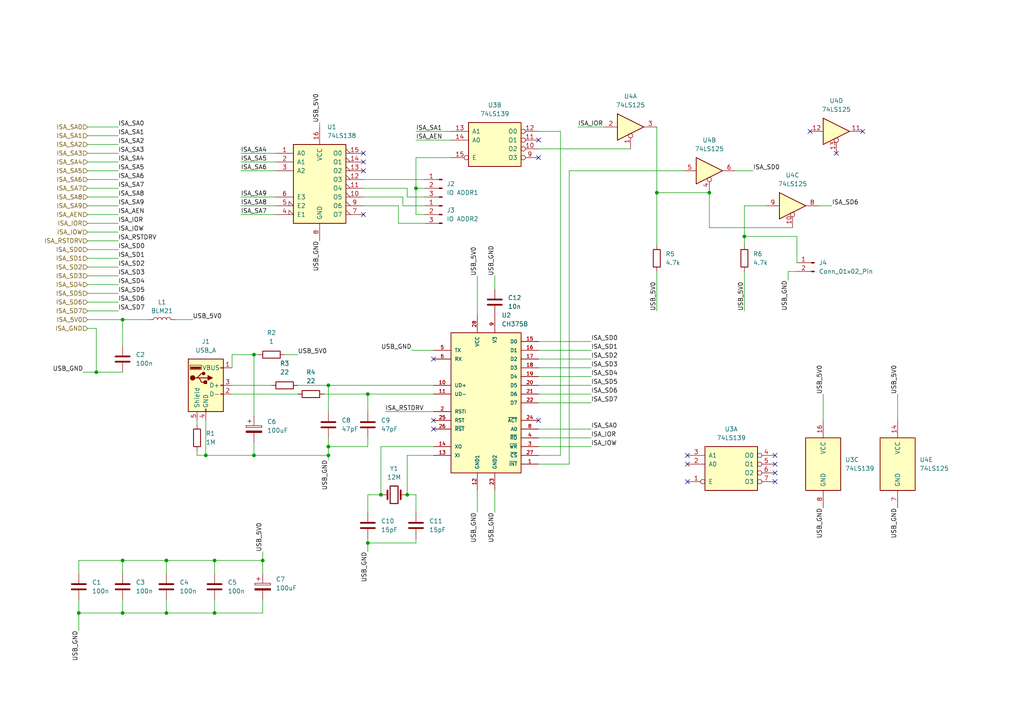
<source format=kicad_sch>
(kicad_sch (version 20250114) (generator "eeschema") (generator_version "9.0")
  (paper "A4")
  (title_block (title "ISA-USB device") (date "2026-01-07") (company "Russia, Samara 2026") (comment 1 "001") (comment 2 "Maxssau"))
  (lib_symbols
    (symbol "74xx:74LS125" (pin_names (offset 1.016))
      (property "Reference" "U" (at 0 1.27 0))
      (property "Value" "74LS125" (at 0 -1.27 0))
      (symbol "74LS125_1_0"
        (polyline (pts (xy -3.81 3.81) (xy -3.81 -3.81) (xy 3.81 0) (xy -3.81 3.81)) (stroke (width 0.254)) (fill (type background)))
        (pin input line (at -7.62 0 0) (length 3.81) (name "~") (number "2"))
        (pin input inverted (at 0 -6.35 90) (length 4.445) (name "~") (number "1"))
        (pin tri_state line (at 7.62 0 180) (length 3.81) (name "~") (number "3"))
      )
      (symbol "74LS125_2_0"
        (polyline (pts (xy -3.81 3.81) (xy -3.81 -3.81) (xy 3.81 0) (xy -3.81 3.81)) (stroke (width 0.254)) (fill (type background)))
        (pin input line (at -7.62 0 0) (length 3.81) (name "~") (number "5"))
        (pin input inverted (at 0 -6.35 90) (length 4.445) (name "~") (number "4"))
        (pin tri_state line (at 7.62 0 180) (length 3.81) (name "~") (number "6"))
      )
      (symbol "74LS125_3_0"
        (polyline (pts (xy -3.81 3.81) (xy -3.81 -3.81) (xy 3.81 0) (xy -3.81 3.81)) (stroke (width 0.254)) (fill (type background)))
        (pin input line (at -7.62 0 0) (length 3.81) (name "~") (number "9"))
        (pin input inverted (at 0 -6.35 90) (length 4.445) (name "~") (number "10"))
        (pin tri_state line (at 7.62 0 180) (length 3.81) (name "~") (number "8"))
      )
      (symbol "74LS125_4_0"
        (polyline (pts (xy -3.81 3.81) (xy -3.81 -3.81) (xy 3.81 0) (xy -3.81 3.81)) (stroke (width 0.254)) (fill (type background)))
        (pin input line (at -7.62 0 0) (length 3.81) (name "~") (number "12"))
        (pin input inverted (at 0 -6.35 90) (length 4.445) (name "~") (number "13"))
        (pin tri_state line (at 7.62 0 180) (length 3.81) (name "~") (number "11"))
      )
      (symbol "74LS125_5_0"
        (pin power_in line (at 0 12.7 270) (length 5.08) (name "VCC") (number "14"))
        (pin power_in line (at 0 -12.7 90) (length 5.08) (name "GND") (number "7"))
      )
      (symbol "74LS125_5_1"
        (rectangle (start -5.08 7.62) (end 5.08 -7.62) (stroke (width 0.254)) (fill (type background)))
      )
    )
    (symbol "74xx:74LS138" (pin_names (offset 1.016))
      (property "Reference" "U" (at -7.62 11.43 0))
      (property "Value" "74LS138" (at -7.62 -13.97 0))
      (symbol "74LS138_1_0"
        (pin input line (at -12.7 7.62 0) (length 5.08) (name "A0") (number "1"))
        (pin input line (at -12.7 5.08 0) (length 5.08) (name "A1") (number "2"))
        (pin input line (at -12.7 2.54 0) (length 5.08) (name "A2") (number "3"))
        (pin input line (at -12.7 -5.08 0) (length 5.08) (name "E3") (number "6"))
        (pin input input_low (at -12.7 -7.62 0) (length 5.08) (name "E2") (number "5"))
        (pin input input_low (at -12.7 -10.16 0) (length 5.08) (name "E1") (number "4"))
        (pin power_in line (at 0 15.24 270) (length 5.08) (name "VCC") (number "16"))
        (pin power_in line (at 0 -17.78 90) (length 5.08) (name "GND") (number "8"))
        (pin output output_low (at 12.7 7.62 180) (length 5.08) (name "O0") (number "15"))
        (pin output output_low (at 12.7 5.08 180) (length 5.08) (name "O1") (number "14"))
        (pin output output_low (at 12.7 2.54 180) (length 5.08) (name "O2") (number "13"))
        (pin output output_low (at 12.7 0 180) (length 5.08) (name "O3") (number "12"))
        (pin output output_low (at 12.7 -2.54 180) (length 5.08) (name "O4") (number "11"))
        (pin output output_low (at 12.7 -5.08 180) (length 5.08) (name "O5") (number "10"))
        (pin output output_low (at 12.7 -7.62 180) (length 5.08) (name "O6") (number "9"))
        (pin output output_low (at 12.7 -10.16 180) (length 5.08) (name "O7") (number "7"))
      )
      (symbol "74LS138_1_1"
        (rectangle (start -7.62 10.16) (end 7.62 -12.7) (stroke (width 0.254)) (fill (type background)))
      )
    )
    (symbol "74xx:74LS139" (pin_names (offset 1.016))
      (property "Reference" "U" (at -7.62 8.89 0))
      (property "Value" "74LS139" (at -7.62 -8.89 0))
      (symbol "74LS139_1_0"
        (pin input line (at -12.7 2.54 0) (length 5.08) (name "A1") (number "3"))
        (pin input line (at -12.7 0 0) (length 5.08) (name "A0") (number "2"))
        (pin input inverted (at -12.7 -5.08 0) (length 5.08) (name "E") (number "1"))
        (pin output inverted (at 12.7 2.54 180) (length 5.08) (name "O0") (number "4"))
        (pin output inverted (at 12.7 0 180) (length 5.08) (name "O1") (number "5"))
        (pin output inverted (at 12.7 -2.54 180) (length 5.08) (name "O2") (number "6"))
        (pin output inverted (at 12.7 -5.08 180) (length 5.08) (name "O3") (number "7"))
      )
      (symbol "74LS139_1_1"
        (rectangle (start -7.62 5.08) (end 7.62 -7.62) (stroke (width 0.254)) (fill (type background)))
      )
      (symbol "74LS139_2_0"
        (pin input line (at -12.7 2.54 0) (length 5.08) (name "A1") (number "13"))
        (pin input line (at -12.7 0 0) (length 5.08) (name "A0") (number "14"))
        (pin input inverted (at -12.7 -5.08 0) (length 5.08) (name "E") (number "15"))
        (pin output inverted (at 12.7 2.54 180) (length 5.08) (name "O0") (number "12"))
        (pin output inverted (at 12.7 0 180) (length 5.08) (name "O1") (number "11"))
        (pin output inverted (at 12.7 -2.54 180) (length 5.08) (name "O2") (number "10"))
        (pin output inverted (at 12.7 -5.08 180) (length 5.08) (name "O3") (number "9"))
      )
      (symbol "74LS139_2_1"
        (rectangle (start -7.62 5.08) (end 7.62 -7.62) (stroke (width 0.254)) (fill (type background)))
      )
      (symbol "74LS139_3_0"
        (pin power_in line (at 0 12.7 270) (length 5.08) (name "VCC") (number "16"))
        (pin power_in line (at 0 -12.7 90) (length 5.08) (name "GND") (number "8"))
      )
      (symbol "74LS139_3_1"
        (rectangle (start -5.08 7.62) (end 5.08 -7.62) (stroke (width 0.254)) (fill (type background)))
      )
    )
    (symbol "Connector:Conn_01x02_Pin" (pin_names (offset 1.016) (hide yes))
      (property "Reference" "J" (at 0 2.54 0))
      (property "Value" "Conn_01x02_Pin" (at 0 -5.08 0))
      (symbol "Conn_01x02_Pin_1_1"
        (rectangle (start 0.8636 0.127) (end 0 -0.127) (stroke (width 0.1524)) (fill (type outline)))
        (rectangle (start 0.8636 -2.413) (end 0 -2.667) (stroke (width 0.1524)) (fill (type outline)))
        (polyline (pts (xy 1.27 0) (xy 0.8636 0)) (stroke (width 0.1524)))
        (polyline (pts (xy 1.27 -2.54) (xy 0.8636 -2.54)) (stroke (width 0.1524)))
        (pin passive line (at 5.08 0 180) (length 3.81) (name "Pin_1") (number "1"))
        (pin passive line (at 5.08 -2.54 180) (length 3.81) (name "Pin_2") (number "2"))
      )
    )
    (symbol "Connector:Conn_01x03_Pin" (pin_names (offset 1.016) (hide yes))
      (property "Reference" "J" (at 0 5.08 0))
      (property "Value" "Conn_01x03_Pin" (at 0 -5.08 0))
      (symbol "Conn_01x03_Pin_1_1"
        (rectangle (start 0.8636 2.667) (end 0 2.413) (stroke (width 0.1524)) (fill (type outline)))
        (rectangle (start 0.8636 0.127) (end 0 -0.127) (stroke (width 0.1524)) (fill (type outline)))
        (rectangle (start 0.8636 -2.413) (end 0 -2.667) (stroke (width 0.1524)) (fill (type outline)))
        (polyline (pts (xy 1.27 2.54) (xy 0.8636 2.54)) (stroke (width 0.1524)))
        (polyline (pts (xy 1.27 0) (xy 0.8636 0)) (stroke (width 0.1524)))
        (polyline (pts (xy 1.27 -2.54) (xy 0.8636 -2.54)) (stroke (width 0.1524)))
        (pin passive line (at 5.08 2.54 180) (length 3.81) (name "Pin_1") (number "1"))
        (pin passive line (at 5.08 0 180) (length 3.81) (name "Pin_2") (number "2"))
        (pin passive line (at 5.08 -2.54 180) (length 3.81) (name "Pin_3") (number "3"))
      )
    )
    (symbol "Connector:USB_A" (pin_names (offset 1.016))
      (property "Reference" "J" (at -5.08 11.43 0))
      (property "Value" "USB_A" (at -5.08 8.89 0))
      (symbol "USB_A_0_1"
        (rectangle (start -5.08 -7.62) (end 5.08 7.62) (stroke (width 0.254)) (fill (type background)))
        (circle (center -3.81 2.159) (radius 0.635) (stroke (width 0.254)) (fill (type outline)))
        (polyline (pts (xy -3.175 2.159) (xy -2.54 2.159) (xy -1.27 3.429) (xy -0.635 3.429)) (stroke (width 0.254)))
        (polyline (pts (xy -2.54 2.159) (xy -1.905 2.159) (xy -1.27 0.889) (xy 0 0.889)) (stroke (width 0.254)))
        (rectangle (start -1.524 4.826) (end -4.318 5.334) (fill (type outline)))
        (rectangle (start -1.27 4.572) (end -4.572 5.842))
        (circle (center -0.635 3.429) (radius 0.381) (stroke (width 0.254)) (fill (type outline)))
        (rectangle (start -0.127 -7.62) (end 0.127 -6.858))
        (rectangle (start 0.254 1.27) (end -0.508 0.508) (stroke (width 0.254)) (fill (type outline)))
        (polyline (pts (xy 0.635 2.794) (xy 0.635 1.524) (xy 1.905 2.159) (xy 0.635 2.794)) (stroke (width 0.254)) (fill (type outline)))
        (rectangle (start 5.08 4.953) (end 4.318 5.207))
        (rectangle (start 5.08 -0.127) (end 4.318 0.127))
        (rectangle (start 5.08 -2.667) (end 4.318 -2.413))
      )
      (symbol "USB_A_1_1"
        (polyline (pts (xy -1.905 2.159) (xy 0.635 2.159)) (stroke (width 0.254)))
        (pin passive line (at -2.54 -10.16 90) (length 2.54) (name "Shield") (number "5"))
        (pin power_in line (at 0 -10.16 90) (length 2.54) (name "GND") (number "4"))
        (pin power_in line (at 7.62 5.08 180) (length 2.54) (name "VBUS") (number "1"))
        (pin bidirectional line (at 7.62 0 180) (length 2.54) (name "D+") (number "3"))
        (pin bidirectional line (at 7.62 -2.54 180) (length 2.54) (name "D-") (number "2"))
      )
    )
    (symbol "Device:C" (pin_numbers (hide yes)) (pin_names (offset 0.254))
      (property "Reference" "C" (at 0.635 2.54 0))
      (property "Value" "C" (at 0.635 -2.54 0))
      (symbol "C_0_1"
        (polyline (pts (xy -2.032 0.762) (xy 2.032 0.762)) (stroke (width 0.508)))
        (polyline (pts (xy -2.032 -0.762) (xy 2.032 -0.762)) (stroke (width 0.508)))
      )
      (symbol "C_1_1"
        (pin passive line (at 0 3.81 270) (length 2.794) (name "~") (number "1"))
        (pin passive line (at 0 -3.81 90) (length 2.794) (name "~") (number "2"))
      )
    )
    (symbol "Device:C_Polarized" (pin_numbers (hide yes)) (pin_names (offset 0.254))
      (property "Reference" "C" (at 0.635 2.54 0))
      (property "Value" "C_Polarized" (at 0.635 -2.54 0))
      (symbol "C_Polarized_0_1"
        (rectangle (start -2.286 0.508) (end 2.286 1.016))
        (polyline (pts (xy -1.778 2.286) (xy -0.762 2.286)))
        (polyline (pts (xy -1.27 2.794) (xy -1.27 1.778)))
        (rectangle (start 2.286 -0.508) (end -2.286 -1.016) (fill (type outline)))
      )
      (symbol "C_Polarized_1_1"
        (pin passive line (at 0 3.81 270) (length 2.794) (name "~") (number "1"))
        (pin passive line (at 0 -3.81 90) (length 2.794) (name "~") (number "2"))
      )
    )
    (symbol "Device:Crystal" (pin_numbers (hide yes)) (pin_names (offset 1.016) (hide yes))
      (property "Reference" "Y" (at 0 3.81 0))
      (property "Value" "Crystal" (at 0 -3.81 0))
      (symbol "Crystal_0_1"
        (polyline (pts (xy -2.54 0) (xy -1.905 0)))
        (polyline (pts (xy -1.905 -1.27) (xy -1.905 1.27)) (stroke (width 0.508)))
        (rectangle (start -1.143 2.54) (end 1.143 -2.54) (stroke (width 0.3048)))
        (polyline (pts (xy 1.905 -1.27) (xy 1.905 1.27)) (stroke (width 0.508)))
        (polyline (pts (xy 2.54 0) (xy 1.905 0)))
      )
      (symbol "Crystal_1_1"
        (pin passive line (at -3.81 0 0) (length 1.27) (name "1") (number "1"))
        (pin passive line (at 3.81 0 180) (length 1.27) (name "2") (number "2"))
      )
    )
    (symbol "Device:L" (pin_numbers (hide yes)) (pin_names (offset 1.016) (hide yes))
      (property "Reference" "L" (at -1.27 0 90))
      (property "Value" "L" (at 1.905 0 90))
      (symbol "L_0_1"
        (arc (start 0 2.54) (mid 0.6323 1.905) (end 0 1.27))
        (arc (start 0 1.27) (mid 0.6323 0.635) (end 0 0))
        (arc (start 0 0) (mid 0.6323 -0.635) (end 0 -1.27))
        (arc (start 0 -1.27) (mid 0.6323 -1.905) (end 0 -2.54))
      )
      (symbol "L_1_1"
        (pin passive line (at 0 3.81 270) (length 1.27) (name "1") (number "1"))
        (pin passive line (at 0 -3.81 90) (length 1.27) (name "2") (number "2"))
      )
    )
    (symbol "Device:R" (pin_numbers (hide yes)) (pin_names (offset 0))
      (property "Reference" "R" (at 2.032 0 90))
      (property "Value" "R" (at 0 0 90))
      (symbol "R_0_1"
        (rectangle (start -1.016 -2.54) (end 1.016 2.54) (stroke (width 0.254)))
      )
      (symbol "R_1_1"
        (pin passive line (at 0 3.81 270) (length 1.27) (name "~") (number "1"))
        (pin passive line (at 0 -3.81 90) (length 1.27) (name "~") (number "2"))
      )
    )
    (symbol "ch375:CH375B" (pin_names (offset 1.016))
      (property "Reference" "U" (at 0 0 0))
      (property "Value" "CH375B" (at 0 0 0))
      (symbol "CH375B_0_0"
        (rectangle (start -10.16 -20.32) (end 10.16 20.32) (stroke (width 0.254)) (fill (type background)))
        (pin bidirectional line (at -15.24 15.24 0) (length 5.08) (name "TX") (number "5"))
        (pin bidirectional line (at -15.24 12.7 0) (length 5.08) (name "RX") (number "6"))
        (pin bidirectional line (at -15.24 5.08 0) (length 5.08) (name "UD+") (number "10"))
        (pin bidirectional line (at -15.24 2.54 0) (length 5.08) (name "UD-") (number "11"))
        (pin bidirectional line (at -15.24 -2.54 0) (length 5.08) (name "RSTI") (number "2"))
        (pin bidirectional line (at -15.24 -5.08 0) (length 5.08) (name "RST") (number "25"))
        (pin bidirectional line (at -15.24 -7.62 0) (length 5.08) (name "~{RST}") (number "26"))
        (pin bidirectional line (at -15.24 -12.7 0) (length 5.08) (name "XO") (number "14"))
        (pin bidirectional line (at -15.24 -15.24 0) (length 5.08) (name "XI") (number "13"))
        (pin bidirectional line (at -2.54 25.4 270) (length 5.08) (name "VCC") (number "28"))
        (pin bidirectional line (at -2.54 -25.4 90) (length 5.08) (name "GND1") (number "12"))
        (pin bidirectional line (at 2.54 25.4 270) (length 5.08) (name "V3") (number "9"))
        (pin bidirectional line (at 2.54 -25.4 90) (length 5.08) (name "GND2") (number "23"))
        (pin bidirectional line (at 15.24 17.78 180) (length 5.08) (name "D0") (number "15"))
        (pin bidirectional line (at 15.24 15.24 180) (length 5.08) (name "D1") (number "16"))
        (pin bidirectional line (at 15.24 12.7 180) (length 5.08) (name "D2") (number "17"))
        (pin bidirectional line (at 15.24 10.16 180) (length 5.08) (name "D3") (number "18"))
        (pin bidirectional line (at 15.24 7.62 180) (length 5.08) (name "D4") (number "19"))
        (pin bidirectional line (at 15.24 5.08 180) (length 5.08) (name "D5") (number "20"))
        (pin bidirectional line (at 15.24 2.54 180) (length 5.08) (name "D6") (number "21"))
        (pin bidirectional line (at 15.24 0 180) (length 5.08) (name "D7") (number "22"))
        (pin bidirectional line (at 15.24 -5.08 180) (length 5.08) (name "~{ACT}") (number "24"))
        (pin bidirectional line (at 15.24 -7.62 180) (length 5.08) (name "A0") (number "8"))
        (pin bidirectional line (at 15.24 -10.16 180) (length 5.08) (name "~{RD}") (number "4"))
        (pin bidirectional line (at 15.24 -12.7 180) (length 5.08) (name "~{WR}") (number "3"))
        (pin bidirectional line (at 15.24 -15.24 180) (length 5.08) (name "~{CS}") (number "27"))
        (pin bidirectional line (at 15.24 -17.78 180) (length 5.08) (name "~{INT}") (number "1"))
      )
    )
  )
  (junction (at 73.66 132.08))
  (junction (at 95.25 129.54))
  (junction (at 48.26 162.56))
  (junction (at 120.65 54.61))
  (junction (at 59.69 132.08))
  (junction (at 35.56 177.8))
  (junction (at 118.11 143.51))
  (junction (at 62.23 177.8))
  (junction (at 205.74 55.88))
  (junction (at 76.2 162.56))
  (junction (at 110.49 143.51))
  (junction (at 62.23 162.56))
  (junction (at 22.86 177.8))
  (junction (at 35.56 92.71))
  (junction (at 27.94 107.95))
  (junction (at 215.9 68.58))
  (junction (at 48.26 177.8))
  (junction (at 106.68 157.48))
  (junction (at 35.56 162.56))
  (junction (at 95.25 132.08))
  (junction (at 190.5 55.88))
  (junction (at 106.68 114.3))
  (junction (at 73.66 102.87))
  (junction (at 95.25 111.76))
  (no_connect (at 105.41 46.99))
  (no_connect (at 156.21 40.64))
  (no_connect (at 224.79 139.7))
  (no_connect (at 199.39 132.08))
  (no_connect (at 250.19 38.1))
  (no_connect (at 224.79 137.16))
  (no_connect (at 125.73 104.14))
  (no_connect (at 105.41 62.23))
  (no_connect (at 156.21 121.92))
  (no_connect (at 224.79 132.08))
  (no_connect (at 199.39 134.62))
  (no_connect (at 125.73 124.46))
  (no_connect (at 224.79 134.62))
  (no_connect (at 234.95 38.1))
  (no_connect (at 105.41 44.45))
  (no_connect (at 156.21 45.72))
  (no_connect (at 199.39 139.7))
  (no_connect (at 105.41 49.53))
  (no_connect (at 125.73 121.92))
  (no_connect (at 242.57 44.45))
  (wire (pts (xy 111.76 119.38) (xy 125.73 119.38)))
  (wire (pts (xy 130.81 45.72) (xy 120.65 45.72)))
  (wire (pts (xy 120.65 38.1) (xy 130.81 38.1)))
  (wire (pts (xy 190.5 36.83) (xy 190.5 55.88)))
  (wire (pts (xy 120.65 143.51) (xy 118.11 143.51)))
  (wire (pts (xy 27.94 107.95) (xy 35.56 107.95)))
  (wire (pts (xy 73.66 102.87) (xy 67.31 102.87)))
  (wire (pts (xy 171.45 111.76) (xy 156.21 111.76)))
  (wire (pts (xy 228.6 81.28) (xy 228.6 78.74)))
  (wire (pts (xy 115.57 59.69) (xy 115.57 64.77)))
  (wire (pts (xy 106.68 114.3) (xy 125.73 114.3)))
  (wire (pts (xy 34.29 54.61) (xy 25.4 54.61)))
  (wire (pts (xy 215.9 90.17) (xy 215.9 78.74)))
  (wire (pts (xy 48.26 162.56) (xy 62.23 162.56)))
  (wire (pts (xy 34.29 64.77) (xy 25.4 64.77)))
  (wire (pts (xy 62.23 162.56) (xy 76.2 162.56)))
  (wire (pts (xy 92.71 35.56) (xy 92.71 36.83)))
  (wire (pts (xy 118.11 57.15) (xy 123.19 57.15)))
  (wire (pts (xy 95.25 132.08) (xy 95.25 129.54)))
  (wire (pts (xy 62.23 177.8) (xy 76.2 177.8)))
  (wire (pts (xy 67.31 111.76) (xy 78.74 111.76)))
  (wire (pts (xy 35.56 92.71) (xy 35.56 100.33)))
  (wire (pts (xy 57.15 130.81) (xy 57.15 132.08)))
  (wire (pts (xy 238.76 114.3) (xy 238.76 121.92)))
  (wire (pts (xy 106.68 157.48) (xy 106.68 156.21)))
  (wire (pts (xy 22.86 177.8) (xy 35.56 177.8)))
  (wire (pts (xy 171.45 124.46) (xy 156.21 124.46)))
  (wire (pts (xy 48.26 177.8) (xy 62.23 177.8)))
  (wire (pts (xy 34.29 90.17) (xy 25.4 90.17)))
  (wire (pts (xy 27.94 95.25) (xy 27.94 107.95)))
  (wire (pts (xy 138.43 148.59) (xy 138.43 142.24)))
  (wire (pts (xy 34.29 87.63) (xy 25.4 87.63)))
  (wire (pts (xy 165.1 134.62) (xy 165.1 49.53)))
  (wire (pts (xy 93.98 114.3) (xy 106.68 114.3)))
  (wire (pts (xy 106.68 160.02) (xy 106.68 157.48)))
  (wire (pts (xy 241.3 59.69) (xy 237.49 59.69)))
  (wire (pts (xy 171.45 116.84) (xy 156.21 116.84)))
  (wire (pts (xy 105.41 59.69) (xy 115.57 59.69)))
  (wire (pts (xy 76.2 177.8) (xy 76.2 173.99)))
  (wire (pts (xy 120.65 54.61) (xy 120.65 62.23)))
  (wire (pts (xy 171.45 99.06) (xy 156.21 99.06)))
  (wire (pts (xy 74.93 102.87) (xy 73.66 102.87)))
  (wire (pts (xy 86.36 102.87) (xy 82.55 102.87)))
  (wire (pts (xy 120.65 45.72) (xy 120.65 54.61)))
  (wire (pts (xy 48.26 162.56) (xy 48.26 166.37)))
  (wire (pts (xy 125.73 132.08) (xy 118.11 132.08)))
  (wire (pts (xy 34.29 52.07) (xy 25.4 52.07)))
  (wire (pts (xy 231.14 68.58) (xy 215.9 68.58)))
  (wire (pts (xy 95.25 133.35) (xy 95.25 132.08)))
  (wire (pts (xy 120.65 156.21) (xy 120.65 157.48)))
  (wire (pts (xy 105.41 57.15) (xy 116.84 57.15)))
  (wire (pts (xy 34.29 69.85) (xy 25.4 69.85)))
  (wire (pts (xy 171.45 104.14) (xy 156.21 104.14)))
  (wire (pts (xy 125.73 129.54) (xy 110.49 129.54)))
  (wire (pts (xy 22.86 177.8) (xy 22.86 182.88)))
  (wire (pts (xy 143.51 80.01) (xy 143.51 83.82)))
  (wire (pts (xy 34.29 62.23) (xy 25.4 62.23)))
  (wire (pts (xy 165.1 49.53) (xy 198.12 49.53)))
  (wire (pts (xy 171.45 101.6) (xy 156.21 101.6)))
  (wire (pts (xy 215.9 68.58) (xy 215.9 71.12)))
  (wire (pts (xy 105.41 52.07) (xy 123.19 52.07)))
  (wire (pts (xy 120.65 148.59) (xy 120.65 143.51)))
  (wire (pts (xy 162.56 38.1) (xy 156.21 38.1)))
  (wire (pts (xy 118.11 132.08) (xy 118.11 143.51)))
  (wire (pts (xy 86.36 111.76) (xy 95.25 111.76)))
  (wire (pts (xy 231.14 76.2) (xy 231.14 68.58)))
  (wire (pts (xy 190.5 55.88) (xy 205.74 55.88)))
  (wire (pts (xy 105.41 54.61) (xy 118.11 54.61)))
  (wire (pts (xy 171.45 129.54) (xy 156.21 129.54)))
  (wire (pts (xy 34.29 72.39) (xy 25.4 72.39)))
  (wire (pts (xy 120.65 54.61) (xy 123.19 54.61)))
  (wire (pts (xy 67.31 114.3) (xy 86.36 114.3)))
  (wire (pts (xy 35.56 173.99) (xy 35.56 177.8)))
  (wire (pts (xy 34.29 57.15) (xy 25.4 57.15)))
  (wire (pts (xy 76.2 160.02) (xy 76.2 162.56)))
  (wire (pts (xy 69.85 57.15) (xy 80.01 57.15)))
  (wire (pts (xy 34.29 80.01) (xy 25.4 80.01)))
  (wire (pts (xy 59.69 132.08) (xy 73.66 132.08)))
  (wire (pts (xy 156.21 43.18) (xy 182.88 43.18)))
  (wire (pts (xy 162.56 132.08) (xy 162.56 38.1)))
  (wire (pts (xy 106.68 127) (xy 106.68 129.54)))
  (wire (pts (xy 34.29 44.45) (xy 25.4 44.45)))
  (wire (pts (xy 228.6 78.74) (xy 231.14 78.74)))
  (wire (pts (xy 171.45 106.68) (xy 156.21 106.68)))
  (wire (pts (xy 120.65 40.64) (xy 130.81 40.64)))
  (wire (pts (xy 106.68 143.51) (xy 110.49 143.51)))
  (wire (pts (xy 34.29 82.55) (xy 25.4 82.55)))
  (wire (pts (xy 34.29 67.31) (xy 25.4 67.31)))
  (wire (pts (xy 260.35 114.3) (xy 260.35 121.92)))
  (wire (pts (xy 35.56 177.8) (xy 48.26 177.8)))
  (wire (pts (xy 95.25 111.76) (xy 125.73 111.76)))
  (wire (pts (xy 215.9 59.69) (xy 215.9 68.58)))
  (wire (pts (xy 35.56 92.71) (xy 43.18 92.71)))
  (wire (pts (xy 205.74 66.04) (xy 205.74 55.88)))
  (wire (pts (xy 34.29 39.37) (xy 25.4 39.37)))
  (wire (pts (xy 156.21 134.62) (xy 165.1 134.62)))
  (wire (pts (xy 69.85 62.23) (xy 80.01 62.23)))
  (wire (pts (xy 59.69 121.92) (xy 59.69 132.08)))
  (wire (pts (xy 34.29 49.53) (xy 25.4 49.53)))
  (wire (pts (xy 73.66 102.87) (xy 73.66 120.65)))
  (wire (pts (xy 48.26 173.99) (xy 48.26 177.8)))
  (wire (pts (xy 106.68 129.54) (xy 95.25 129.54)))
  (wire (pts (xy 25.4 95.25) (xy 27.94 95.25)))
  (wire (pts (xy 119.38 101.6) (xy 125.73 101.6)))
  (wire (pts (xy 69.85 46.99) (xy 80.01 46.99)))
  (wire (pts (xy 106.68 148.59) (xy 106.68 143.51)))
  (wire (pts (xy 62.23 173.99) (xy 62.23 177.8)))
  (wire (pts (xy 156.21 132.08) (xy 162.56 132.08)))
  (wire (pts (xy 73.66 132.08) (xy 95.25 132.08)))
  (wire (pts (xy 120.65 62.23) (xy 123.19 62.23)))
  (wire (pts (xy 229.87 66.04) (xy 205.74 66.04)))
  (wire (pts (xy 171.45 114.3) (xy 156.21 114.3)))
  (wire (pts (xy 171.45 109.22) (xy 156.21 109.22)))
  (wire (pts (xy 171.45 127) (xy 156.21 127)))
  (wire (pts (xy 115.57 64.77) (xy 123.19 64.77)))
  (wire (pts (xy 116.84 59.69) (xy 123.19 59.69)))
  (wire (pts (xy 34.29 85.09) (xy 25.4 85.09)))
  (wire (pts (xy 34.29 41.91) (xy 25.4 41.91)))
  (wire (pts (xy 67.31 102.87) (xy 67.31 106.68)))
  (wire (pts (xy 73.66 128.27) (xy 73.66 132.08)))
  (wire (pts (xy 57.15 132.08) (xy 59.69 132.08)))
  (wire (pts (xy 110.49 129.54) (xy 110.49 143.51)))
  (wire (pts (xy 22.86 162.56) (xy 35.56 162.56)))
  (wire (pts (xy 69.85 44.45) (xy 80.01 44.45)))
  (wire (pts (xy 34.29 59.69) (xy 25.4 59.69)))
  (wire (pts (xy 69.85 49.53) (xy 80.01 49.53)))
  (wire (pts (xy 24.13 107.95) (xy 27.94 107.95)))
  (wire (pts (xy 190.5 55.88) (xy 190.5 71.12)))
  (wire (pts (xy 34.29 74.93) (xy 25.4 74.93)))
  (wire (pts (xy 34.29 46.99) (xy 25.4 46.99)))
  (wire (pts (xy 69.85 59.69) (xy 80.01 59.69)))
  (wire (pts (xy 95.25 129.54) (xy 95.25 127)))
  (wire (pts (xy 35.56 162.56) (xy 48.26 162.56)))
  (wire (pts (xy 62.23 162.56) (xy 62.23 166.37)))
  (wire (pts (xy 143.51 148.59) (xy 143.51 142.24)))
  (wire (pts (xy 22.86 166.37) (xy 22.86 162.56)))
  (wire (pts (xy 95.25 111.76) (xy 95.25 119.38)))
  (wire (pts (xy 116.84 57.15) (xy 116.84 59.69)))
  (wire (pts (xy 190.5 90.17) (xy 190.5 78.74)))
  (wire (pts (xy 138.43 80.01) (xy 138.43 91.44)))
  (wire (pts (xy 76.2 162.56) (xy 76.2 166.37)))
  (wire (pts (xy 218.44 49.53) (xy 213.36 49.53)))
  (wire (pts (xy 25.4 92.71) (xy 35.56 92.71)))
  (wire (pts (xy 57.15 121.92) (xy 57.15 123.19)))
  (wire (pts (xy 167.64 36.83) (xy 175.26 36.83)))
  (wire (pts (xy 106.68 114.3) (xy 106.68 119.38)))
  (wire (pts (xy 22.86 173.99) (xy 22.86 177.8)))
  (wire (pts (xy 34.29 77.47) (xy 25.4 77.47)))
  (wire (pts (xy 118.11 54.61) (xy 118.11 57.15)))
  (wire (pts (xy 55.88 92.71) (xy 50.8 92.71)))
  (wire (pts (xy 222.25 59.69) (xy 215.9 59.69)))
  (wire (pts (xy 34.29 36.83) (xy 25.4 36.83)))
  (wire (pts (xy 120.65 157.48) (xy 106.68 157.48)))
  (wire (pts (xy 35.56 166.37) (xy 35.56 162.56)))
  (label "USB_5V0" (at 215.9 90.17 90))
  (label "USB_5V0" (at 260.35 114.3 90))
  (label "ISA_SD2" (at 34.29 77.47 0))
  (label "ISA_SA6" (at 34.29 52.07 0))
  (label "ISA_SA1" (at 120.65 38.1 0))
  (label "ISA_SD4" (at 34.29 82.55 0))
  (label "ISA_SD1" (at 34.29 74.93 0))
  (label "ISA_RSTDRV" (at 111.76 119.38 0))
  (label "USB_5V0" (at 86.36 102.87 0))
  (label "ISA_SA6" (at 69.85 49.53 0))
  (label "USB_GND" (at 260.35 147.32 270))
  (label "ISA_SA4" (at 34.29 46.99 0))
  (label "ISA_SD6" (at 171.45 114.3 0))
  (label "ISA_SA1" (at 34.29 39.37 0))
  (label "ISA_RSTDRV" (at 34.29 69.85 0))
  (label "USB_GND" (at 92.71 69.85 270))
  (label "ISA_SA5" (at 69.85 46.99 0))
  (label "ISA_SA8" (at 69.85 59.69 0))
  (label "USB_5V0" (at 238.76 114.3 90))
  (label "ISA_SA4" (at 69.85 44.45 0))
  (label "ISA_SD6" (at 34.29 87.63 0))
  (label "ISA_AEN" (at 120.65 40.64 0))
  (label "ISA_SD3" (at 34.29 80.01 0))
  (label "ISA_SD5" (at 171.45 111.76 0))
  (label "ISA_SD1" (at 171.45 101.6 0))
  (label "ISA_SD7" (at 34.29 90.17 0))
  (label "ISA_SD5" (at 34.29 85.09 0))
  (label "ISA_SA7" (at 69.85 62.23 0))
  (label "USB_GND" (at 143.51 148.59 270))
  (label "USB_5V0" (at 138.43 80.01 90))
  (label "ISA_IOW" (at 171.45 129.54 0))
  (label "USB_GND" (at 143.51 80.01 90))
  (label "USB_GND" (at 238.76 147.32 270))
  (label "ISA_IOW" (at 34.29 67.31 0))
  (label "ISA_SA0" (at 171.45 124.46 0))
  (label "ISA_SD2" (at 171.45 104.14 0))
  (label "ISA_SA7" (at 34.29 54.61 0))
  (label "USB_GND" (at 106.68 160.02 270))
  (label "USB_GND" (at 24.13 107.95 180))
  (label "ISA_SD7" (at 171.45 116.84 0))
  (label "ISA_SD6" (at 241.3 59.69 0))
  (label "USB_5V0" (at 92.71 35.56 90))
  (label "ISA_SD4" (at 171.45 109.22 0))
  (label "USB_GND" (at 119.38 101.6 180))
  (label "ISA_SD0" (at 171.45 99.06 0))
  (label "ISA_SD0" (at 218.44 49.53 0))
  (label "ISA_SD3" (at 171.45 106.68 0))
  (label "ISA_SD0" (at 34.29 72.39 0))
  (label "ISA_SA9" (at 34.29 59.69 0))
  (label "ISA_SA5" (at 34.29 49.53 0))
  (label "ISA_AEN" (at 34.29 62.23 0))
  (label "ISA_IOR" (at 34.29 64.77 0))
  (label "ISA_IOR" (at 167.64 36.83 0))
  (label "USB_5V0" (at 76.2 160.02 90))
  (label "ISA_IOR" (at 171.45 127 0))
  (label "USB_GND" (at 22.86 182.88 270))
  (label "ISA_SA0" (at 34.29 36.83 0))
  (label "ISA_SA3" (at 34.29 44.45 0))
  (label "ISA_SA8" (at 34.29 57.15 0))
  (label "USB_GND" (at 95.25 133.35 270))
  (label "ISA_SA2" (at 34.29 41.91 0))
  (label "USB_GND" (at 138.43 148.59 270))
  (label "USB_5V0" (at 190.5 90.17 90))
  (label "USB_5V0" (at 55.88 92.71 0))
  (label "ISA_SA9" (at 69.85 57.15 0))
  (label "USB_GND" (at 228.6 81.28 270))
  (hierarchical_label "ISA_SA9" (shape input) (at 25.4 59.69 180))
  (hierarchical_label "ISA_SA8" (shape input) (at 25.4 57.15 180))
  (hierarchical_label "ISA_SD2" (shape input) (at 25.4 77.47 180))
  (hierarchical_label "ISA_SA0" (shape input) (at 25.4 36.83 180))
  (hierarchical_label "ISA_SD1" (shape input) (at 25.4 74.93 180))
  (hierarchical_label "ISA_SA1" (shape input) (at 25.4 39.37 180))
  (hierarchical_label "ISA_SA2" (shape input) (at 25.4 41.91 180))
  (hierarchical_label "ISA_SD7" (shape input) (at 25.4 90.17 180))
  (hierarchical_label "ISA_SD0" (shape input) (at 25.4 72.39 180))
  (hierarchical_label "ISA_SD6" (shape input) (at 25.4 87.63 180))
  (hierarchical_label "ISA_IOR" (shape input) (at 25.4 64.77 180))
  (hierarchical_label "ISA_GND" (shape input) (at 25.4 95.25 180))
  (hierarchical_label "ISA_RSTDRV" (shape input) (at 25.4 69.85 180))
  (hierarchical_label "ISA_SA5" (shape input) (at 25.4 49.53 180))
  (hierarchical_label "ISA_SA6" (shape input) (at 25.4 52.07 180))
  (hierarchical_label "ISA_SA3" (shape input) (at 25.4 44.45 180))
  (hierarchical_label "ISA_SA7" (shape input) (at 25.4 54.61 180))
  (hierarchical_label "ISA_SA4" (shape input) (at 25.4 46.99 180))
  (hierarchical_label "ISA_SD3" (shape input) (at 25.4 80.01 180))
  (hierarchical_label "ISA_AEN" (shape input) (at 25.4 62.23 180))
  (hierarchical_label "ISA_SD4" (shape input) (at 25.4 82.55 180))
  (hierarchical_label "ISA_IOW" (shape input) (at 25.4 67.31 180))
  (hierarchical_label "ISA_SD5" (shape input) (at 25.4 85.09 180))
  (hierarchical_label "ISA_5V0" (shape input) (at 25.4 92.71 180))
  (symbol (lib_id "74xx:74LS139") (at 212.09 134.62 0) (unit 1)
    (property "Reference" "U3" (at 212.09 124.46 0))
    (property "Value" "74LS139" (at 212.09 127 0))
    (property "Footprint" "Package_SO:SO-16_3.9x9.9mm_P1.27mm" (effects (hide yes)))
    (property "Datasheet" "http://www.ti.com/lit/ds/symlink/sn74ls139a.pdf" (effects (hide yes)))
    (property "Description" "Dual Decoder 1 of 4, Active low outputs" (effects (hide yes)))
  )
  (symbol (lib_id "74xx:74LS125") (at 205.74 49.53 0) (unit 2)
    (property "Reference" "U4" (at 205.74 40.64 0))
    (property "Value" "74LS125" (at 205.74 43.18 0))
    (property "Footprint" "Package_SO:SO-14_3.9x8.65mm_P1.27mm" (effects (hide yes)))
    (property "Datasheet" "http://www.ti.com/lit/gpn/sn74LS125" (effects (hide yes)))
    (property "Description" "Quad buffer 3-State outputs" (effects (hide yes)))
  )
  (symbol (lib_id "Device:R") (at 90.17 114.3 90) (unit 1)
    (property "Reference" "R4" (at 90.17 107.95 90))
    (property "Value" "22" (at 90.17 110.49 90))
    (property "Footprint" "Resistor_SMD:R_0805_2012Metric_Pad1.20x1.40mm_HandSolder" (effects (hide yes)))
    (property "Description" "Resistor" (effects (hide yes)))
  )
  (symbol (lib_id "Device:R") (at 57.15 127 0) (unit 1)
    (property "Reference" "R1" (at 59.69 125.7299 0) (effects (justify left)))
    (property "Value" "1M" (at 59.69 128.2699 0) (effects (justify left)))
    (property "Footprint" "Resistor_SMD:R_0805_2012Metric_Pad1.20x1.40mm_HandSolder" (effects (hide yes)))
    (property "Description" "Resistor" (effects (hide yes)))
  )
  (symbol (lib_id "Device:C") (at 22.86 170.18 0) (unit 1)
    (property "Reference" "C1" (at 26.67 168.9099 0) (effects (justify left)))
    (property "Value" "100n" (at 26.67 171.4499 0) (effects (justify left)))
    (property "Footprint" "Capacitor_SMD:C_0805_2012Metric_Pad1.18x1.45mm_HandSolder" (effects (hide yes)))
    (property "Description" "Unpolarized capacitor" (effects (hide yes)))
  )
  (symbol (lib_id "Device:R") (at 82.55 111.76 90) (unit 1)
    (property "Reference" "R3" (at 82.55 105.41 90))
    (property "Value" "22" (at 82.55 107.95 90))
    (property "Footprint" "Resistor_SMD:R_0805_2012Metric_Pad1.20x1.40mm_HandSolder" (effects (hide yes)))
    (property "Description" "Resistor" (effects (hide yes)))
  )
  (symbol (lib_id "Connector:Conn_01x03_Pin") (at 128.27 54.61 0) (mirror y) (unit 1)
    (property "Reference" "J2" (at 129.54 53.3399 0) (effects (justify right)))
    (property "Value" "IO ADDR1" (at 129.54 55.8799 0) (effects (justify right)))
    (property "Footprint" "Connector_PinHeader_2.54mm:PinHeader_1x03_P2.54mm_Vertical" (effects (hide yes)))
    (property "Description" "Generic connector, single row, 01x03, script generated" (effects (hide yes)))
  )
  (symbol (lib_id "74xx:74LS125") (at 260.35 134.62 0) (unit 5)
    (property "Reference" "U4" (at 266.7 133.3499 0) (effects (justify left)))
    (property "Value" "74LS125" (at 266.7 135.8899 0) (effects (justify left)))
    (property "Footprint" "Package_SO:SO-14_3.9x8.65mm_P1.27mm" (effects (hide yes)))
    (property "Datasheet" "http://www.ti.com/lit/gpn/sn74LS125" (effects (hide yes)))
    (property "Description" "Quad buffer 3-State outputs" (effects (hide yes)))
  )
  (symbol (lib_id "Device:C") (at 48.26 170.18 0) (unit 1)
    (property "Reference" "C4" (at 52.07 168.9099 0) (effects (justify left)))
    (property "Value" "100n" (at 52.07 171.4499 0) (effects (justify left)))
    (property "Footprint" "Capacitor_SMD:C_0805_2012Metric_Pad1.18x1.45mm_HandSolder" (effects (hide yes)))
    (property "Description" "Unpolarized capacitor" (effects (hide yes)))
  )
  (symbol (lib_id "Device:C") (at 35.56 104.14 0) (unit 1)
    (property "Reference" "C2" (at 39.37 102.8699 0) (effects (justify left)))
    (property "Value" "100n" (at 39.37 105.4099 0) (effects (justify left)))
    (property "Footprint" "Capacitor_SMD:C_0805_2012Metric_Pad1.18x1.45mm_HandSolder" (effects (hide yes)))
    (property "Description" "Unpolarized capacitor" (effects (hide yes)))
  )
  (symbol (lib_id "Connector:Conn_01x02_Pin") (at 236.22 76.2 0) (mirror y) (unit 1)
    (property "Reference" "J4" (at 237.49 76.1999 0) (effects (justify right)))
    (property "Value" "Conn_01x02_Pin" (at 237.49 78.7399 0) (effects (justify right)))
    (property "Footprint" "Connector_PinHeader_2.54mm:PinHeader_1x02_P2.54mm_Vertical" (effects (hide yes)))
    (property "Description" "Generic connector, single row, 01x02, script generated" (effects (hide yes)))
  )
  (symbol (lib_id "Device:C") (at 120.65 152.4 0) (unit 1)
    (property "Reference" "C11" (at 124.46 151.1299 0) (effects (justify left)))
    (property "Value" "15pF" (at 124.46 153.6699 0) (effects (justify left)))
    (property "Footprint" "Capacitor_SMD:C_0805_2012Metric_Pad1.18x1.45mm_HandSolder" (effects (hide yes)))
    (property "Description" "Unpolarized capacitor" (effects (hide yes)))
  )
  (symbol (lib_id "74xx:74LS125") (at 182.88 36.83 0) (unit 1)
    (property "Reference" "U4" (at 182.88 27.94 0))
    (property "Value" "74LS125" (at 182.88 30.48 0))
    (property "Footprint" "Package_SO:SO-14_3.9x8.65mm_P1.27mm" (effects (hide yes)))
    (property "Datasheet" "http://www.ti.com/lit/gpn/sn74LS125" (effects (hide yes)))
    (property "Description" "Quad buffer 3-State outputs" (effects (hide yes)))
  )
  (symbol (lib_id "Device:C") (at 106.68 123.19 0) (unit 1)
    (property "Reference" "C9" (at 110.49 121.9199 0) (effects (justify left)))
    (property "Value" "47pF" (at 110.49 124.4599 0) (effects (justify left)))
    (property "Footprint" "Capacitor_SMD:C_0805_2012Metric_Pad1.18x1.45mm_HandSolder" (effects (hide yes)))
    (property "Description" "Unpolarized capacitor" (effects (hide yes)))
  )
  (symbol (lib_id "ch375:CH375B") (at 140.97 116.84 0) (unit 1)
    (property "Reference" "U2" (at 145.4786 91.44 0) (effects (justify left)))
    (property "Value" "CH375B" (at 145.4786 93.98 0) (effects (justify left)))
    (property "Footprint" "kharon:SOP28-LL" (effects (hide yes)))
    (property "MF" "wch" (effects (hide yes)))
    (property "Package" "None" (effects (hide yes)))
    (property "Price" "None" (effects (hide yes)))
    (property "SnapEDA_Link" "https://www.snapeda.com/parts/CH375B/WCH/view-part/?ref=snap" (effects (hide yes)))
    (property "MP" "CH375B" (effects (hide yes)))
    (property "Availability" "In Stock" (effects (hide yes)))
    (property "Check_prices" "https://www.snapeda.com/parts/CH375B/WCH/view-part/?ref=eda" (effects (hide yes)))
  )
  (symbol (lib_id "Device:L") (at 46.99 92.71 90) (unit 1)
    (property "Reference" "L1" (at 46.99 87.63 90))
    (property "Value" "BLM21" (at 46.99 90.17 90))
    (property "Footprint" "Inductor_SMD:L_1210_3225Metric_Pad1.42x2.65mm_HandSolder" (effects (hide yes)))
    (property "Description" "Inductor" (effects (hide yes)))
  )
  (symbol (lib_id "Device:C") (at 95.25 123.19 0) (unit 1)
    (property "Reference" "C8" (at 99.06 121.9199 0) (effects (justify left)))
    (property "Value" "47pF" (at 99.06 124.4599 0) (effects (justify left)))
    (property "Footprint" "Capacitor_SMD:C_0805_2012Metric_Pad1.18x1.45mm_HandSolder" (effects (hide yes)))
    (property "Description" "Unpolarized capacitor" (effects (hide yes)))
  )
  (symbol (lib_id "Device:R") (at 78.74 102.87 90) (unit 1)
    (property "Reference" "R2" (at 78.74 96.52 90))
    (property "Value" "1" (at 78.74 99.06 90))
    (property "Footprint" "Resistor_SMD:R_0805_2012Metric_Pad1.20x1.40mm_HandSolder" (effects (hide yes)))
    (property "Description" "Resistor" (effects (hide yes)))
  )
  (symbol (lib_id "Device:C") (at 106.68 152.4 0) (unit 1)
    (property "Reference" "C10" (at 110.49 151.1299 0) (effects (justify left)))
    (property "Value" "15pF" (at 110.49 153.6699 0) (effects (justify left)))
    (property "Footprint" "Capacitor_SMD:C_0805_2012Metric_Pad1.18x1.45mm_HandSolder" (effects (hide yes)))
    (property "Description" "Unpolarized capacitor" (effects (hide yes)))
  )
  (symbol (lib_id "74xx:74LS138") (at 92.71 52.07 0) (unit 1)
    (property "Reference" "U1" (at 94.8533 36.83 0) (effects (justify left)))
    (property "Value" "74LS138" (at 94.8533 39.37 0) (effects (justify left)))
    (property "Footprint" "Package_SO:SOIC-16_3.9x9.9mm_P1.27mm" (effects (hide yes)))
    (property "Datasheet" "http://www.ti.com/lit/gpn/sn74LS138" (effects (hide yes)))
    (property "Description" "Decoder 3 to 8 active low outputs" (effects (hide yes)))
  )
  (symbol (lib_id "Device:C_Polarized") (at 73.66 124.46 0) (unit 1)
    (property "Reference" "C6" (at 77.47 122.3009 0) (effects (justify left)))
    (property "Value" "100uF" (at 77.47 124.8409 0) (effects (justify left)))
    (property "Footprint" "Capacitor_SMD:CP_Elec_6.3x5.9" (effects (hide yes)))
    (property "Description" "Polarized capacitor" (effects (hide yes)))
  )
  (symbol (lib_id "Device:R") (at 215.9 74.93 0) (unit 1)
    (property "Reference" "R6" (at 218.44 73.6599 0) (effects (justify left)))
    (property "Value" "4.7k" (at 218.44 76.1999 0) (effects (justify left)))
    (property "Footprint" "Resistor_SMD:R_0805_2012Metric_Pad1.20x1.40mm_HandSolder" (effects (hide yes)))
    (property "Description" "Resistor" (effects (hide yes)))
  )
  (symbol (lib_id "Device:R") (at 190.5 74.93 0) (unit 1)
    (property "Reference" "R5" (at 193.04 73.6599 0) (effects (justify left)))
    (property "Value" "4.7k" (at 193.04 76.1999 0) (effects (justify left)))
    (property "Footprint" "Resistor_SMD:R_0805_2012Metric_Pad1.20x1.40mm_HandSolder" (effects (hide yes)))
    (property "Description" "Resistor" (effects (hide yes)))
  )
  (symbol (lib_id "Device:C") (at 62.23 170.18 0) (unit 1)
    (property "Reference" "C5" (at 66.04 168.9099 0) (effects (justify left)))
    (property "Value" "100n" (at 66.04 171.4499 0) (effects (justify left)))
    (property "Footprint" "Capacitor_SMD:C_0805_2012Metric_Pad1.18x1.45mm_HandSolder" (effects (hide yes)))
    (property "Description" "Unpolarized capacitor" (effects (hide yes)))
  )
  (symbol (lib_id "Device:C_Polarized") (at 76.2 170.18 0) (unit 1)
    (property "Reference" "C7" (at 80.01 168.0209 0) (effects (justify left)))
    (property "Value" "100uF" (at 80.01 170.5609 0) (effects (justify left)))
    (property "Footprint" "Capacitor_SMD:CP_Elec_6.3x5.9" (effects (hide yes)))
    (property "Description" "Polarized capacitor" (effects (hide yes)))
  )
  (symbol (lib_id "74xx:74LS125") (at 242.57 38.1 0) (unit 4)
    (property "Reference" "U4" (at 242.57 29.21 0))
    (property "Value" "74LS125" (at 242.57 31.75 0))
    (property "Footprint" "Package_SO:SO-14_3.9x8.65mm_P1.27mm" (effects (hide yes)))
    (property "Datasheet" "http://www.ti.com/lit/gpn/sn74LS125" (effects (hide yes)))
    (property "Description" "Quad buffer 3-State outputs" (effects (hide yes)))
  )
  (symbol (lib_id "Device:C") (at 143.51 87.63 0) (unit 1)
    (property "Reference" "C12" (at 147.32 86.3599 0) (effects (justify left)))
    (property "Value" "10n" (at 147.32 88.8999 0) (effects (justify left)))
    (property "Footprint" "Capacitor_SMD:C_0805_2012Metric_Pad1.18x1.45mm_HandSolder" (effects (hide yes)))
    (property "Description" "Unpolarized capacitor" (effects (hide yes)))
  )
  (symbol (lib_id "74xx:74LS125") (at 229.87 59.69 0) (unit 3)
    (property "Reference" "U4" (at 229.87 50.8 0))
    (property "Value" "74LS125" (at 229.87 53.34 0))
    (property "Footprint" "Package_SO:SO-14_3.9x8.65mm_P1.27mm" (effects (hide yes)))
    (property "Datasheet" "http://www.ti.com/lit/gpn/sn74LS125" (effects (hide yes)))
    (property "Description" "Quad buffer 3-State outputs" (effects (hide yes)))
  )
  (symbol (lib_id "Connector:USB_A") (at 59.69 111.76 0) (unit 1)
    (property "Reference" "J1" (at 59.69 99.06 0))
    (property "Value" "USB_A" (at 59.69 101.6 0))
    (property "Footprint" "Connector_USB:USB_A_Connfly_DS1095" (effects (hide yes)))
    (property "Description" "USB Type A connector" (effects (hide yes)))
  )
  (symbol (lib_id "Device:C") (at 35.56 170.18 0) (unit 1)
    (property "Reference" "C3" (at 39.37 168.9099 0) (effects (justify left)))
    (property "Value" "100n" (at 39.37 171.4499 0) (effects (justify left)))
    (property "Footprint" "Capacitor_SMD:C_0805_2012Metric_Pad1.18x1.45mm_HandSolder" (effects (hide yes)))
    (property "Description" "Unpolarized capacitor" (effects (hide yes)))
  )
  (symbol (lib_id "Device:Crystal") (at 114.3 143.51 0) (unit 1)
    (property "Reference" "Y1" (at 114.3 135.89 0))
    (property "Value" "12M" (at 114.3 138.43 0))
    (property "Footprint" "Crystal:Crystal_HC49-U_Vertical" (effects (hide yes)))
    (property "Description" "Two pin crystal" (effects (hide yes)))
  )
  (symbol (lib_id "Connector:Conn_01x03_Pin") (at 128.27 62.23 0) (mirror y) (unit 1)
    (property "Reference" "J3" (at 129.54 60.9599 0) (effects (justify right)))
    (property "Value" "IO ADDR2" (at 129.54 63.4999 0) (effects (justify right)))
    (property "Footprint" "Connector_PinHeader_2.54mm:PinHeader_1x03_P2.54mm_Vertical" (effects (hide yes)))
    (property "Description" "Generic connector, single row, 01x03, script generated" (effects (hide yes)))
  )
  (symbol (lib_id "74xx:74LS139") (at 238.76 134.62 0) (unit 3)
    (property "Reference" "U3" (at 245.11 133.3499 0) (effects (justify left)))
    (property "Value" "74LS139" (at 245.11 135.8899 0) (effects (justify left)))
    (property "Footprint" "Package_SO:SO-16_3.9x9.9mm_P1.27mm" (effects (hide yes)))
    (property "Datasheet" "http://www.ti.com/lit/ds/symlink/sn74ls139a.pdf" (effects (hide yes)))
    (property "Description" "Dual Decoder 1 of 4, Active low outputs" (effects (hide yes)))
  )
  (symbol (lib_id "74xx:74LS139") (at 143.51 40.64 0) (unit 2)
    (property "Reference" "U3" (at 143.51 30.48 0))
    (property "Value" "74LS139" (at 143.51 33.02 0))
    (property "Footprint" "Package_SO:SO-16_3.9x9.9mm_P1.27mm" (effects (hide yes)))
    (property "Datasheet" "http://www.ti.com/lit/ds/symlink/sn74ls139a.pdf" (effects (hide yes)))
    (property "Description" "Dual Decoder 1 of 4, Active low outputs" (effects (hide yes)))
  )
)
</source>
